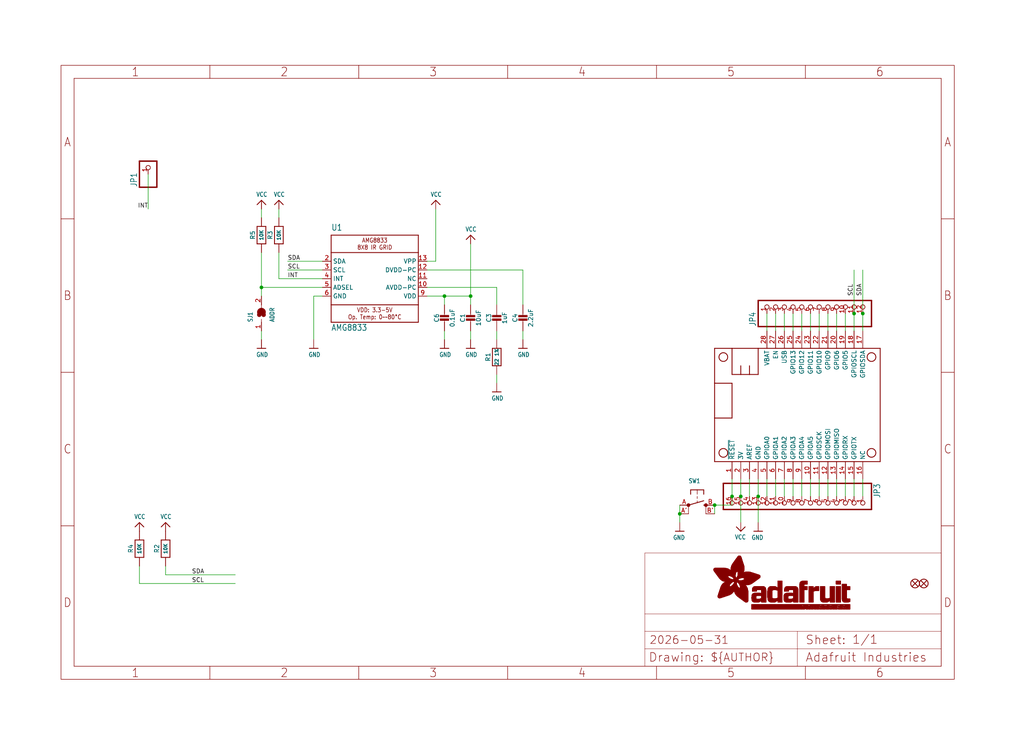
<source format=kicad_sch>
(kicad_sch (version 20230121) (generator eeschema)
  (paper "User" 298.45 217.322)
  (lib_symbols
    (symbol "working-eagle-import:AMG8833"
      (property "Reference" "U" (at -12.7 13.97 0))
      (symbol "AMG8833_1_0"
        (text "AMG8833\n8X8 IR GRID" (at 0 10.16 0) (effects (font (size 1.27 1.0795))))
        (text "VDD: 3.3-5V\nOp. Temp: 0~~80°C" (at 0 -10.16 0) (effects (font (size 1.27 1.0795))))
        (pin power_in line (at 15.24 -2.54 180) (length 2.54) (name "AVDD-PC") (number "10"))
        (pin bidirectional line (at 15.24 0 180) (length 2.54) (name "NC") (number "11"))
        (pin power_in line (at 15.24 2.54 180) (length 2.54) (name "DVDD-PC") (number "12"))
        (pin power_in line (at 15.24 5.08 180) (length 2.54) (name "VPP") (number "13"))
        (pin bidirectional line (at -15.24 5.08 0) (length 2.54) (name "SDA") (number "2"))
        (pin bidirectional line (at -15.24 2.54 0) (length 2.54) (name "SCL") (number "3"))
        (pin output line (at -15.24 0 0) (length 2.54) (name "INT") (number "4"))
        (pin input line (at -15.24 -2.54 0) (length 2.54) (name "ADSEL") (number "5"))
        (pin power_in line (at -15.24 -5.08 0) (length 2.54) (name "GND") (number "6"))
        (pin power_in line (at 15.24 -5.08 180) (length 2.54) (name "VDD") (number "9"))
      )
    )
    (symbol "working-eagle-import:CAP_CERAMIC0805-NOOUTLINE"
      (property "Reference" "C" (at -2.29 1.25 90))
      (symbol "CAP_CERAMIC0805-NOOUTLINE_1_0"
        (pin passive line (at 0 5.08 270) (length 2.54) (name "1") (number "1"))
        (pin passive line (at 0 -2.54 90) (length 2.54) (name "2") (number "2"))
      )
    )
    (symbol "working-eagle-import:FEATHERWING"
      (symbol "FEATHERWING_1_0"
        (pin input line (at 5.08 -5.08 90) (length 5.08) (name "~{RESET}") (number "1"))
        (pin bidirectional line (at 27.94 -5.08 90) (length 5.08) (name "GPIOA5") (number "10"))
        (pin bidirectional line (at 30.48 -5.08 90) (length 5.08) (name "GPIOSCK") (number "11"))
        (pin bidirectional line (at 33.02 -5.08 90) (length 5.08) (name "GPIOMOSI") (number "12"))
        (pin bidirectional line (at 35.56 -5.08 90) (length 5.08) (name "GPIOMISO") (number "13"))
        (pin bidirectional line (at 38.1 -5.08 90) (length 5.08) (name "GPIORX") (number "14"))
        (pin bidirectional line (at 40.64 -5.08 90) (length 5.08) (name "GPIOTX") (number "15"))
        (pin passive line (at 43.18 -5.08 90) (length 5.08) (name "NC") (number "16"))
        (pin bidirectional line (at 43.18 38.1 270) (length 5.08) (name "GPIOSDA") (number "17"))
        (pin bidirectional line (at 40.64 38.1 270) (length 5.08) (name "GPIOSCL") (number "18"))
        (pin bidirectional line (at 38.1 38.1 270) (length 5.08) (name "GPIO5") (number "19"))
        (pin power_in line (at 7.62 -5.08 90) (length 5.08) (name "3V") (number "2"))
        (pin bidirectional line (at 35.56 38.1 270) (length 5.08) (name "GPIO6") (number "20"))
        (pin bidirectional line (at 33.02 38.1 270) (length 5.08) (name "GPIO9") (number "21"))
        (pin bidirectional line (at 30.48 38.1 270) (length 5.08) (name "GPIO10") (number "22"))
        (pin bidirectional line (at 27.94 38.1 270) (length 5.08) (name "GPIO11") (number "23"))
        (pin bidirectional line (at 25.4 38.1 270) (length 5.08) (name "GPIO12") (number "24"))
        (pin bidirectional line (at 22.86 38.1 270) (length 5.08) (name "GPIO13") (number "25"))
        (pin power_in line (at 20.32 38.1 270) (length 5.08) (name "USB") (number "26"))
        (pin passive line (at 17.78 38.1 270) (length 5.08) (name "EN") (number "27"))
        (pin power_in line (at 15.24 38.1 270) (length 5.08) (name "VBAT") (number "28"))
        (pin passive line (at 10.16 -5.08 90) (length 5.08) (name "AREF") (number "3"))
        (pin power_in line (at 12.7 -5.08 90) (length 5.08) (name "GND") (number "4"))
        (pin bidirectional line (at 15.24 -5.08 90) (length 5.08) (name "GPIOA0") (number "5"))
        (pin bidirectional line (at 17.78 -5.08 90) (length 5.08) (name "GPIOA1") (number "6"))
        (pin bidirectional line (at 20.32 -5.08 90) (length 5.08) (name "GPIOA2") (number "7"))
        (pin bidirectional line (at 22.86 -5.08 90) (length 5.08) (name "GPIOA3") (number "8"))
        (pin bidirectional line (at 25.4 -5.08 90) (length 5.08) (name "GPIOA4") (number "9"))
      )
    )
    (symbol "working-eagle-import:FIDUCIAL{dblquote}{dblquote}")
    (symbol "working-eagle-import:FRAME_A4_ADAFRUIT"
      (symbol "FRAME_A4_ADAFRUIT_1_0"
        (text "${#}/${##}" (at 230.505 10.16 0) (effects (font (size 2.54 2.54)) (justify left bottom)))
        (text "${AUTHOR}" (at 189.23 5.08 0) (effects (font (size 2.286 2.286)) (justify left bottom)))
        (text "${CURRENT_DATE}" (at 171.45 10.16 0) (effects (font (size 2.286 2.286)) (justify left bottom)))
        (text "${PROJECTNAME}" (at 171.45 15.24 0) (effects (font (size 2.54 2.54)) (justify left bottom)))
        (text "1" (at 21.6958 1.905 0) (effects (font (size 2.54 2.286))))
        (text "1" (at 21.6958 177.165 0) (effects (font (size 2.54 2.286))))
        (text "2" (at 65.0875 1.905 0) (effects (font (size 2.54 2.286))))
        (text "2" (at 65.0875 177.165 0) (effects (font (size 2.54 2.286))))
        (text "3" (at 108.4792 1.905 0) (effects (font (size 2.54 2.286))))
        (text "3" (at 108.4792 177.165 0) (effects (font (size 2.54 2.286))))
        (text "4" (at 151.8708 1.905 0) (effects (font (size 2.54 2.286))))
        (text "4" (at 151.8708 177.165 0) (effects (font (size 2.54 2.286))))
        (text "5" (at 195.2625 1.905 0) (effects (font (size 2.54 2.286))))
        (text "5" (at 195.2625 177.165 0) (effects (font (size 2.54 2.286))))
        (text "6" (at 238.6542 1.905 0) (effects (font (size 2.54 2.286))))
        (text "6" (at 238.6542 177.165 0) (effects (font (size 2.54 2.286))))
        (text "A" (at 1.905 156.6863 0) (effects (font (size 2.54 2.286))))
        (text "A" (at 258.445 156.6863 0) (effects (font (size 2.54 2.286))))
        (text "Adafruit Industries" (at 216.916 4.953 0) (effects (font (size 2.54 2.54)) (justify left bottom)))
        (text "B" (at 1.905 111.9188 0) (effects (font (size 2.54 2.286))))
        (text "B" (at 258.445 111.9188 0) (effects (font (size 2.54 2.286))))
        (text "C" (at 1.905 67.1513 0) (effects (font (size 2.54 2.286))))
        (text "C" (at 258.445 67.1513 0) (effects (font (size 2.54 2.286))))
        (text "D" (at 1.905 22.3838 0) (effects (font (size 2.54 2.286))))
        (text "D" (at 258.445 22.3838 0) (effects (font (size 2.54 2.286))))
        (text "Drawing:" (at 171.196 4.953 0) (effects (font (size 2.54 2.54)) (justify left bottom)))
        (text "Sheet:" (at 216.916 10.033 0) (effects (font (size 2.54 2.54)) (justify left bottom)))
      )
    )
    (symbol "working-eagle-import:GND" (power)
      (property "Value" "GND" (at -1.524 -2.54 0))
      (symbol "GND_1_0"
        (pin power_in line (at 0 2.54 270) (length 2.54) (name "GND") (number "1"))
      )
    )
    (symbol "working-eagle-import:HEADER-1X12"
      (property "Reference" "JP" (at -6.35 18.415 0))
      (symbol "HEADER-1X12_1_0"
        (pin passive inverted (at -2.54 15.24 0) (length 2.54) (name "1") (number "1"))
        (pin passive inverted (at -2.54 -7.62 0) (length 2.54) (name "10") (number "10"))
        (pin passive inverted (at -2.54 -10.16 0) (length 2.54) (name "11") (number "11"))
        (pin passive inverted (at -2.54 -12.7 0) (length 2.54) (name "12") (number "12"))
        (pin passive inverted (at -2.54 12.7 0) (length 2.54) (name "2") (number "2"))
        (pin passive inverted (at -2.54 10.16 0) (length 2.54) (name "3") (number "3"))
        (pin passive inverted (at -2.54 7.62 0) (length 2.54) (name "4") (number "4"))
        (pin passive inverted (at -2.54 5.08 0) (length 2.54) (name "5") (number "5"))
        (pin passive inverted (at -2.54 2.54 0) (length 2.54) (name "6") (number "6"))
        (pin passive inverted (at -2.54 0 0) (length 2.54) (name "7") (number "7"))
        (pin passive inverted (at -2.54 -2.54 0) (length 2.54) (name "8") (number "8"))
        (pin passive inverted (at -2.54 -5.08 0) (length 2.54) (name "9") (number "9"))
      )
    )
    (symbol "working-eagle-import:HEADER-1X16ROUND"
      (property "Reference" "JP" (at -6.35 20.955 0))
      (symbol "HEADER-1X16ROUND_1_0"
        (pin passive inverted (at -2.54 17.78 0) (length 2.54) (name "1") (number "1"))
        (pin passive inverted (at -2.54 -5.08 0) (length 2.54) (name "10") (number "10"))
        (pin passive inverted (at -2.54 -7.62 0) (length 2.54) (name "11") (number "11"))
        (pin passive inverted (at -2.54 -10.16 0) (length 2.54) (name "12") (number "12"))
        (pin passive inverted (at -2.54 -12.7 0) (length 2.54) (name "13") (number "13"))
        (pin passive inverted (at -2.54 -15.24 0) (length 2.54) (name "14") (number "14"))
        (pin passive inverted (at -2.54 -17.78 0) (length 2.54) (name "15") (number "15"))
        (pin passive inverted (at -2.54 -20.32 0) (length 2.54) (name "16") (number "16"))
        (pin passive inverted (at -2.54 15.24 0) (length 2.54) (name "2") (number "2"))
        (pin passive inverted (at -2.54 12.7 0) (length 2.54) (name "3") (number "3"))
        (pin passive inverted (at -2.54 10.16 0) (length 2.54) (name "4") (number "4"))
        (pin passive inverted (at -2.54 7.62 0) (length 2.54) (name "5") (number "5"))
        (pin passive inverted (at -2.54 5.08 0) (length 2.54) (name "6") (number "6"))
        (pin passive inverted (at -2.54 2.54 0) (length 2.54) (name "7") (number "7"))
        (pin passive inverted (at -2.54 0 0) (length 2.54) (name "8") (number "8"))
        (pin passive inverted (at -2.54 -2.54 0) (length 2.54) (name "9") (number "9"))
      )
    )
    (symbol "working-eagle-import:HEADER-1X1ROUND"
      (property "Reference" "JP" (at -6.35 3.175 0))
      (symbol "HEADER-1X1ROUND_1_0"
        (pin passive inverted (at -2.54 0 0) (length 2.54) (name "1") (number "1"))
      )
    )
    (symbol "working-eagle-import:RESISTOR0805_NOOUTLINE"
      (property "Reference" "R" (at 0 2.54 0))
      (symbol "RESISTOR0805_NOOUTLINE_1_0"
        (pin passive line (at -5.08 0 0) (length 2.54) (name "1") (number "1"))
        (pin passive line (at 5.08 0 180) (length 2.54) (name "2") (number "2"))
      )
    )
    (symbol "working-eagle-import:SOLDERJUMPER"
      (property "Reference" "SJ" (at -2.54 2.54 0))
      (symbol "SOLDERJUMPER_1_0"
        (pin passive line (at -5.08 0 0) (length 2.54) (name "1") (number "1"))
        (pin passive line (at 5.08 0 180) (length 2.54) (name "2") (number "2"))
      )
    )
    (symbol "working-eagle-import:SWITCH_TACT_SMT4.6X2.8"
      (property "Reference" "SW" (at -2.54 6.35 0))
      (symbol "SWITCH_TACT_SMT4.6X2.8_1_0"
        (pin passive line (at -5.08 0 0) (length 2.54) (name "P") (number "A"))
        (pin passive line (at -5.08 -2.54 0) (length 2.54) (name "P1") (number "A'"))
        (pin passive line (at 5.08 0 180) (length 2.54) (name "S") (number "B"))
        (pin passive line (at 5.08 -2.54 180) (length 2.54) (name "S1") (number "B'"))
      )
    )
    (symbol "working-eagle-import:VCC" (power)
      (property "Value" "VCC" (at -1.524 1.016 0))
      (symbol "VCC_1_0"
        (pin power_in line (at 0 -2.54 90) (length 2.54) (name "VCC") (number "1"))
      )
    )
  )
  (junction (at 220.98 144.78))
  (junction (at 198.12 149.86))
  (junction (at 213.36 144.78))
  (junction (at 137.16 86.36))
  (junction (at 129.54 86.36))
  (junction (at 215.9 144.78))
  (junction (at 208.28 147.32))
  (junction (at 76.2 83.82))
  (junction (at 248.92 91.44))
  (junction (at 251.46 91.44))
  (wire (pts (xy 251.46 144.78) (xy 251.46 139.7)) (stroke (width 0.1524)))
  (wire (pts (xy 233.68 91.44) (xy 233.68 96.52)) (stroke (width 0.1524)))
  (wire (pts (xy 137.16 96.52) (xy 137.16 99.06)) (stroke (width 0.1524)))
  (wire (pts (xy 124.46 83.82) (xy 144.78 83.82)) (stroke (width 0.1524)))
  (wire (pts (xy 144.78 109.22) (xy 144.78 111.76)) (stroke (width 0.1524)))
  (wire (pts (xy 93.98 81.28) (xy 81.28 81.28)) (stroke (width 0.1524)))
  (wire (pts (xy 198.12 147.32) (xy 198.12 149.86)) (stroke (width 0.1524)))
  (wire (pts (xy 215.9 144.78) (xy 215.9 139.7)) (stroke (width 0.1524)))
  (wire (pts (xy 218.44 144.78) (xy 218.44 139.7)) (stroke (width 0.1524)))
  (wire (pts (xy 248.92 91.44) (xy 248.92 96.52)) (stroke (width 0.1524)))
  (wire (pts (xy 137.16 86.36) (xy 137.16 71.12)) (stroke (width 0.1524)))
  (wire (pts (xy 43.18 50.8) (xy 43.18 60.96)) (stroke (width 0.1524)))
  (wire (pts (xy 144.78 83.82) (xy 144.78 88.9)) (stroke (width 0.1524)))
  (wire (pts (xy 198.12 149.86) (xy 198.12 152.4)) (stroke (width 0.1524)))
  (wire (pts (xy 76.2 63.5) (xy 76.2 60.96)) (stroke (width 0.1524)))
  (wire (pts (xy 124.46 76.2) (xy 127 76.2)) (stroke (width 0.1524)))
  (wire (pts (xy 233.68 144.78) (xy 233.68 139.7)) (stroke (width 0.1524)))
  (wire (pts (xy 208.28 147.32) (xy 213.36 147.32)) (stroke (width 0.1524)))
  (wire (pts (xy 129.54 99.06) (xy 129.54 96.52)) (stroke (width 0.1524)))
  (wire (pts (xy 93.98 86.36) (xy 91.44 86.36)) (stroke (width 0.1524)))
  (wire (pts (xy 246.38 91.44) (xy 246.38 96.52)) (stroke (width 0.1524)))
  (wire (pts (xy 213.36 144.78) (xy 213.36 139.7)) (stroke (width 0.1524)))
  (wire (pts (xy 246.38 144.78) (xy 246.38 139.7)) (stroke (width 0.1524)))
  (wire (pts (xy 129.54 86.36) (xy 137.16 86.36)) (stroke (width 0.1524)))
  (wire (pts (xy 251.46 91.44) (xy 251.46 96.52)) (stroke (width 0.1524)))
  (wire (pts (xy 208.28 147.32) (xy 208.28 149.86)) (stroke (width 0.1524)))
  (wire (pts (xy 68.58 170.18) (xy 40.64 170.18)) (stroke (width 0.1524)))
  (wire (pts (xy 223.52 91.44) (xy 223.52 96.52)) (stroke (width 0.1524)))
  (wire (pts (xy 231.14 144.78) (xy 231.14 139.7)) (stroke (width 0.1524)))
  (wire (pts (xy 236.22 144.78) (xy 236.22 139.7)) (stroke (width 0.1524)))
  (wire (pts (xy 226.06 91.44) (xy 226.06 96.52)) (stroke (width 0.1524)))
  (wire (pts (xy 76.2 96.52) (xy 76.2 99.06)) (stroke (width 0.1524)))
  (wire (pts (xy 129.54 88.9) (xy 129.54 86.36)) (stroke (width 0.1524)))
  (wire (pts (xy 124.46 86.36) (xy 129.54 86.36)) (stroke (width 0.1524)))
  (wire (pts (xy 248.92 144.78) (xy 248.92 139.7)) (stroke (width 0.1524)))
  (wire (pts (xy 251.46 91.44) (xy 251.46 78.74)) (stroke (width 0.1524)))
  (wire (pts (xy 76.2 83.82) (xy 76.2 86.36)) (stroke (width 0.1524)))
  (wire (pts (xy 124.46 78.74) (xy 152.4 78.74)) (stroke (width 0.1524)))
  (wire (pts (xy 68.58 167.64) (xy 48.26 167.64)) (stroke (width 0.1524)))
  (wire (pts (xy 152.4 78.74) (xy 152.4 88.9)) (stroke (width 0.1524)))
  (wire (pts (xy 76.2 83.82) (xy 76.2 73.66)) (stroke (width 0.1524)))
  (wire (pts (xy 81.28 63.5) (xy 81.28 60.96)) (stroke (width 0.1524)))
  (wire (pts (xy 238.76 91.44) (xy 238.76 96.52)) (stroke (width 0.1524)))
  (wire (pts (xy 241.3 144.78) (xy 241.3 139.7)) (stroke (width 0.1524)))
  (wire (pts (xy 93.98 78.74) (xy 83.82 78.74)) (stroke (width 0.1524)))
  (wire (pts (xy 220.98 152.4) (xy 220.98 144.78)) (stroke (width 0.1524)))
  (wire (pts (xy 144.78 96.52) (xy 144.78 99.06)) (stroke (width 0.1524)))
  (wire (pts (xy 243.84 144.78) (xy 243.84 139.7)) (stroke (width 0.1524)))
  (wire (pts (xy 248.92 78.74) (xy 248.92 91.44)) (stroke (width 0.1524)))
  (wire (pts (xy 223.52 144.78) (xy 223.52 139.7)) (stroke (width 0.1524)))
  (wire (pts (xy 81.28 81.28) (xy 81.28 73.66)) (stroke (width 0.1524)))
  (wire (pts (xy 93.98 83.82) (xy 76.2 83.82)) (stroke (width 0.1524)))
  (wire (pts (xy 231.14 91.44) (xy 231.14 96.52)) (stroke (width 0.1524)))
  (wire (pts (xy 238.76 144.78) (xy 238.76 139.7)) (stroke (width 0.1524)))
  (wire (pts (xy 127 76.2) (xy 127 60.96)) (stroke (width 0.1524)))
  (wire (pts (xy 220.98 144.78) (xy 220.98 139.7)) (stroke (width 0.1524)))
  (wire (pts (xy 93.98 76.2) (xy 83.82 76.2)) (stroke (width 0.1524)))
  (wire (pts (xy 236.22 91.44) (xy 236.22 96.52)) (stroke (width 0.1524)))
  (wire (pts (xy 243.84 91.44) (xy 243.84 96.52)) (stroke (width 0.1524)))
  (wire (pts (xy 137.16 86.36) (xy 137.16 88.9)) (stroke (width 0.1524)))
  (wire (pts (xy 40.64 170.18) (xy 40.64 165.1)) (stroke (width 0.1524)))
  (wire (pts (xy 213.36 147.32) (xy 213.36 144.78)) (stroke (width 0.1524)))
  (wire (pts (xy 215.9 152.4) (xy 215.9 144.78)) (stroke (width 0.1524)))
  (wire (pts (xy 91.44 86.36) (xy 91.44 99.06)) (stroke (width 0.1524)))
  (wire (pts (xy 152.4 96.52) (xy 152.4 99.06)) (stroke (width 0.1524)))
  (wire (pts (xy 228.6 144.78) (xy 228.6 139.7)) (stroke (width 0.1524)))
  (wire (pts (xy 226.06 144.78) (xy 226.06 139.7)) (stroke (width 0.1524)))
  (wire (pts (xy 241.3 91.44) (xy 241.3 96.52)) (stroke (width 0.1524)))
  (wire (pts (xy 48.26 167.64) (xy 48.26 165.1)) (stroke (width 0.1524)))
  (wire (pts (xy 228.6 91.44) (xy 228.6 96.52)) (stroke (width 0.1524)))
  (label "SCL" (at 55.88 170.18 0) (effects (font (size 1.2446 1.2446))))
  (label "SCL" (at 248.92 86.36 90) (effects (font (size 1.2446 1.2446))))
  (label "SDA" (at 251.46 86.36 90) (effects (font (size 1.2446 1.2446))))
  (label "INT" (at 83.82 81.28 0) (effects (font (size 1.2446 1.2446))))
  (label "SCL" (at 83.82 78.74 0) (effects (font (size 1.2446 1.2446))))
  (label "SDA" (at 83.82 76.2 0) (effects (font (size 1.2446 1.2446))))
  (label "INT" (at 43.18 60.96 180) (effects (font (size 1.2446 1.2446))))
  (label "SDA" (at 55.88 167.64 0) (effects (font (size 1.2446 1.2446))))
  (symbol (lib_id "working-eagle-import:RESISTOR0805_NOOUTLINE") (at 81.28 68.58 90) (unit 1)
    (property "Reference" "R3" (at 78.74 68.58 0))
    (property "Value" "10K" (at 81.28 68.58 0) (effects (font (size 1.016 1.016) bold)))
    (property "Footprint" "working:0805-NO" (effects hide))
  )
  (symbol (lib_id "working-eagle-import:CAP_CERAMIC0805-NOOUTLINE") (at 129.54 93.98 0) (unit 1)
    (property "Reference" "C6" (at 127.25 92.73 90))
    (property "Value" "0.1uF" (at 131.84 92.73 90))
    (property "Footprint" "working:0805-NO" (effects hide))
  )
  (symbol (lib_id "working-eagle-import:RESISTOR0805_NOOUTLINE") (at 144.78 104.14 90) (unit 1)
    (property "Reference" "R1" (at 142.24 104.14 0))
    (property "Value" "22 1%" (at 144.78 104.14 0) (effects (font (size 1.016 1.016) bold)))
    (property "Footprint" "working:0805-NO" (effects hide))
  )
  (symbol (lib_id "working-eagle-import:FRAME_A4_ADAFRUIT") (at 17.78 198.12 0) (unit 1)
    (property "Reference" "#U$1" (effects hide))
    (property "Value" "FRAME_A4_ADAFRUIT" (effects hide))
  )
  (symbol (lib_id "working-eagle-import:GND") (at 76.2 101.6 0) (unit 1)
    (property "Reference" "#U$5" (effects hide))
    (property "Value" "GND" (at 74.676 104.14 0) (effects (font (size 1.27 1.0795)) (justify left bottom)))
  )
  (symbol (lib_id "working-eagle-import:VCC") (at 137.16 68.58 0) (unit 1)
    (property "Reference" "#P+5" (effects hide))
    (property "Value" "VCC" (at 135.636 67.564 0) (effects (font (size 1.27 1.0795)) (justify left bottom)))
  )
  (symbol (lib_id "working-eagle-import:VCC") (at 40.64 152.4 0) (unit 1)
    (property "Reference" "#P+11" (effects hide))
    (property "Value" "VCC" (at 39.116 151.384 0) (effects (font (size 1.27 1.0795)) (justify left bottom)))
  )
  (symbol (lib_id "working-eagle-import:RESISTOR0805_NOOUTLINE") (at 76.2 68.58 90) (unit 1)
    (property "Reference" "R5" (at 73.66 68.58 0))
    (property "Value" "10K" (at 76.2 68.58 0) (effects (font (size 1.016 1.016) bold)))
    (property "Footprint" "working:0805-NO" (effects hide))
  )
  (symbol (lib_id "working-eagle-import:GND") (at 152.4 101.6 0) (unit 1)
    (property "Reference" "#U$9" (effects hide))
    (property "Value" "GND" (at 150.876 104.14 0) (effects (font (size 1.27 1.0795)) (justify left bottom)))
  )
  (symbol (lib_id "working-eagle-import:SWITCH_TACT_SMT4.6X2.8") (at 203.2 147.32 0) (unit 1)
    (property "Reference" "SW1" (at 200.66 140.97 0) (effects (font (size 1.27 1.0795)) (justify left bottom)))
    (property "Value" "SWITCH_TACT_SMT4.6X2.8" (effects hide))
    (property "Footprint" "working:BTN_KMR2_4.6X2.8" (effects hide))
  )
  (symbol (lib_id "working-eagle-import:RESISTOR0805_NOOUTLINE") (at 48.26 160.02 90) (unit 1)
    (property "Reference" "R2" (at 45.72 160.02 0))
    (property "Value" "10K" (at 48.26 160.02 0) (effects (font (size 1.016 1.016) bold)))
    (property "Footprint" "working:0805-NO" (effects hide))
  )
  (symbol (lib_id "working-eagle-import:RESISTOR0805_NOOUTLINE") (at 40.64 160.02 90) (unit 1)
    (property "Reference" "R4" (at 38.1 160.02 0))
    (property "Value" "10K" (at 40.64 160.02 0) (effects (font (size 1.016 1.016) bold)))
    (property "Footprint" "working:0805-NO" (effects hide))
  )
  (symbol (lib_id "working-eagle-import:GND") (at 137.16 101.6 0) (unit 1)
    (property "Reference" "#U$8" (effects hide))
    (property "Value" "GND" (at 135.636 104.14 0) (effects (font (size 1.27 1.0795)) (justify left bottom)))
  )
  (symbol (lib_id "working-eagle-import:GND") (at 198.12 154.94 0) (mirror y) (unit 1)
    (property "Reference" "#U$13" (effects hide))
    (property "Value" "GND" (at 199.644 157.48 0) (effects (font (size 1.27 1.0795)) (justify left bottom)))
  )
  (symbol (lib_id "working-eagle-import:FIDUCIAL{dblquote}{dblquote}") (at 269.24 170.18 0) (unit 1)
    (property "Reference" "FID1" (effects hide))
    (property "Value" "FIDUCIAL{dblquote}{dblquote}" (effects hide))
    (property "Footprint" "working:FIDUCIAL_1MM" (effects hide))
  )
  (symbol (lib_id "working-eagle-import:VCC") (at 76.2 58.42 0) (unit 1)
    (property "Reference" "#P+2" (effects hide))
    (property "Value" "VCC" (at 74.676 57.404 0) (effects (font (size 1.27 1.0795)) (justify left bottom)))
  )
  (symbol (lib_id "working-eagle-import:CAP_CERAMIC0805-NOOUTLINE") (at 137.16 93.98 0) (unit 1)
    (property "Reference" "C1" (at 134.87 92.73 90))
    (property "Value" "10uF" (at 139.46 92.73 90))
    (property "Footprint" "working:0805-NO" (effects hide))
  )
  (symbol (lib_id "working-eagle-import:CAP_CERAMIC0805-NOOUTLINE") (at 152.4 93.98 0) (unit 1)
    (property "Reference" "C4" (at 150.11 92.73 90))
    (property "Value" "2.2uF" (at 154.7 92.73 90))
    (property "Footprint" "working:0805-NO" (effects hide))
  )
  (symbol (lib_id "working-eagle-import:FIDUCIAL{dblquote}{dblquote}") (at 266.7 170.18 0) (unit 1)
    (property "Reference" "FID2" (effects hide))
    (property "Value" "FIDUCIAL{dblquote}{dblquote}" (effects hide))
    (property "Footprint" "working:FIDUCIAL_1MM" (effects hide))
  )
  (symbol (lib_id "working-eagle-import:HEADER-1X12") (at 238.76 88.9 90) (unit 1)
    (property "Reference" "JP4" (at 220.345 95.25 0) (effects (font (size 1.778 1.5113)) (justify left bottom)))
    (property "Value" "HEADER-1X12" (effects hide))
    (property "Footprint" "working:1X12_ROUND" (effects hide))
  )
  (symbol (lib_id "working-eagle-import:VCC") (at 48.26 152.4 0) (unit 1)
    (property "Reference" "#P+10" (effects hide))
    (property "Value" "VCC" (at 46.736 151.384 0) (effects (font (size 1.27 1.0795)) (justify left bottom)))
  )
  (symbol (lib_id "working-eagle-import:GND") (at 129.54 101.6 0) (unit 1)
    (property "Reference" "#U$26" (effects hide))
    (property "Value" "GND" (at 128.016 104.14 0) (effects (font (size 1.27 1.0795)) (justify left bottom)))
  )
  (symbol (lib_id "working-eagle-import:GND") (at 144.78 114.3 0) (unit 1)
    (property "Reference" "#U$7" (effects hide))
    (property "Value" "GND" (at 143.256 116.84 0) (effects (font (size 1.27 1.0795)) (justify left bottom)))
  )
  (symbol (lib_id "working-eagle-import:SOLDERJUMPER") (at 76.2 91.44 90) (unit 1)
    (property "Reference" "SJ1" (at 73.66 93.98 0) (effects (font (size 1.27 1.0795)) (justify left bottom)))
    (property "Value" "ADDR" (at 80.01 93.98 0) (effects (font (size 1.27 1.0795)) (justify left bottom)))
    (property "Footprint" "working:SOLDERJUMPER_ARROW_NOPASTE" (effects hide))
  )
  (symbol (lib_id "working-eagle-import:HEADER-1X1ROUND") (at 43.18 48.26 90) (unit 1)
    (property "Reference" "JP1" (at 40.005 54.61 0) (effects (font (size 1.778 1.5113)) (justify left bottom)))
    (property "Value" "HEADER-1X1ROUND" (effects hide))
    (property "Footprint" "working:1X01_ROUND" (effects hide))
  )
  (symbol (lib_id "working-eagle-import:VCC") (at 215.9 154.94 180) (unit 1)
    (property "Reference" "#P+1" (effects hide))
    (property "Value" "VCC" (at 217.424 155.956 0) (effects (font (size 1.27 1.0795)) (justify left bottom)))
  )
  (symbol (lib_id "working-eagle-import:GND") (at 220.98 154.94 0) (mirror y) (unit 1)
    (property "Reference" "#U$47" (effects hide))
    (property "Value" "GND" (at 222.504 157.48 0) (effects (font (size 1.27 1.0795)) (justify left bottom)))
  )
  (symbol (lib_id "working-eagle-import:AMG8833") (at 109.22 81.28 0) (unit 1)
    (property "Reference" "U1" (at 96.52 67.31 0) (effects (font (size 1.778 1.5113)) (justify left bottom)))
    (property "Value" "AMG8833" (at 96.52 96.52 0) (effects (font (size 1.778 1.5113)) (justify left bottom)))
    (property "Footprint" "working:AMG8833" (effects hide))
  )
  (symbol (lib_id "working-eagle-import:FEATHERWING") (at 208.28 134.62 0) (unit 1)
    (property "Reference" "MS1" (effects hide))
    (property "Value" "FEATHERWING" (effects hide))
    (property "Footprint" "working:FEATHERWING" (effects hide))
  )
  (symbol (lib_id "working-eagle-import:VCC") (at 127 58.42 0) (unit 1)
    (property "Reference" "#P+4" (effects hide))
    (property "Value" "VCC" (at 125.476 57.404 0) (effects (font (size 1.27 1.0795)) (justify left bottom)))
  )
  (symbol (lib_id "working-eagle-import:CAP_CERAMIC0805-NOOUTLINE") (at 144.78 93.98 0) (unit 1)
    (property "Reference" "C3" (at 142.49 92.73 90))
    (property "Value" "1uF" (at 147.08 92.73 90))
    (property "Footprint" "working:0805-NO" (effects hide))
  )
  (symbol (lib_id "working-eagle-import:GND") (at 91.44 101.6 0) (unit 1)
    (property "Reference" "#U$6" (effects hide))
    (property "Value" "GND" (at 89.916 104.14 0) (effects (font (size 1.27 1.0795)) (justify left bottom)))
  )
  (symbol (lib_id "working-eagle-import:VCC") (at 81.28 58.42 0) (unit 1)
    (property "Reference" "#P+3" (effects hide))
    (property "Value" "VCC" (at 79.756 57.404 0) (effects (font (size 1.27 1.0795)) (justify left bottom)))
  )
  (symbol (lib_id "working-eagle-import:HEADER-1X16ROUND") (at 233.68 147.32 270) (unit 1)
    (property "Reference" "JP3" (at 254.635 140.97 0) (effects (font (size 1.778 1.5113)) (justify left bottom)))
    (property "Value" "HEADER-1X16ROUND" (effects hide))
    (property "Footprint" "working:1X16_ROUND" (effects hide))
  )
)
</source>
